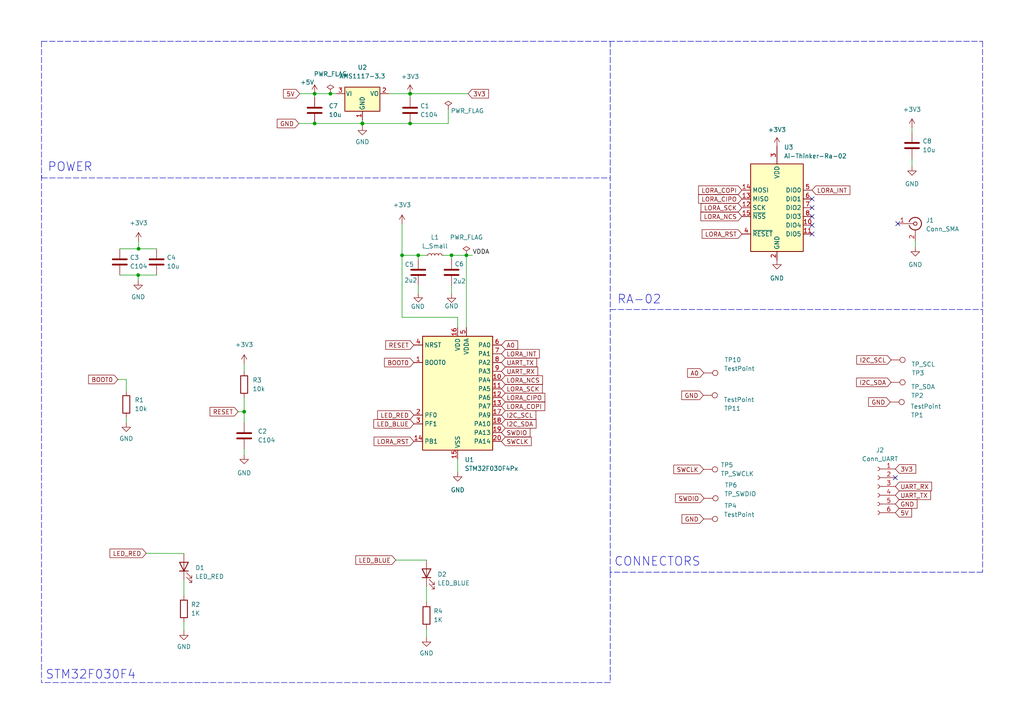
<source format=kicad_sch>
(kicad_sch (version 20211123) (generator eeschema)
  (paper "A4")
  (title_block (title "Dongle") (date "2022-12-22") (rev "v1.0") (company "skuodi"))
  (lib_symbols
    (symbol "Connector:Conn_01x06_Female" (pin_names (offset 1.016) hide)
      (property "Reference" "J" (at 0 7.62 0))
      (property "Value" "Conn_01x06_Female" (at 0 -10.16 0))
      (symbol "Conn_01x06_Female_1_1"
        (arc (start 0 -7.112) (mid -0.508 -7.62) (end 0 -8.128) (stroke (width 0.1524)))
        (arc (start 0 -4.572) (mid -0.508 -5.08) (end 0 -5.588) (stroke (width 0.1524)))
        (arc (start 0 -2.032) (mid -0.508 -2.54) (end 0 -3.048) (stroke (width 0.1524)))
        (polyline (pts (xy -1.27 -7.62) (xy -0.508 -7.62)) (stroke (width 0.1524)))
        (polyline (pts (xy -1.27 -5.08) (xy -0.508 -5.08)) (stroke (width 0.1524)))
        (polyline (pts (xy -1.27 -2.54) (xy -0.508 -2.54)) (stroke (width 0.1524)))
        (polyline (pts (xy -1.27 0) (xy -0.508 0)) (stroke (width 0.1524)))
        (polyline (pts (xy -1.27 2.54) (xy -0.508 2.54)) (stroke (width 0.1524)))
        (polyline (pts (xy -1.27 5.08) (xy -0.508 5.08)) (stroke (width 0.1524)))
        (arc (start 0 0.508) (mid -0.508 0) (end 0 -0.508) (stroke (width 0.1524)))
        (arc (start 0 3.048) (mid -0.508 2.54) (end 0 2.032) (stroke (width 0.1524)))
        (arc (start 0 5.588) (mid -0.508 5.08) (end 0 4.572) (stroke (width 0.1524)))
        (pin passive line (at -5.08 5.08 0) (length 3.81) (name "Pin_1") (number "1"))
        (pin passive line (at -5.08 2.54 0) (length 3.81) (name "Pin_2") (number "2"))
        (pin passive line (at -5.08 0 0) (length 3.81) (name "Pin_3") (number "3"))
        (pin passive line (at -5.08 -2.54 0) (length 3.81) (name "Pin_4") (number "4"))
        (pin passive line (at -5.08 -5.08 0) (length 3.81) (name "Pin_5") (number "5"))
        (pin passive line (at -5.08 -7.62 0) (length 3.81) (name "Pin_6") (number "6"))
      )
    )
    (symbol "Connector:Conn_Coaxial" (pin_names (offset 1.016) hide)
      (property "Reference" "J" (at 0.254 3.048 0))
      (property "Value" "Conn_Coaxial" (at 2.921 0 90))
      (symbol "Conn_Coaxial_0_1"
        (arc (start -1.778 -0.508) (mid 0.2311 -1.8066) (end 1.778 0) (stroke (width 0.254)))
        (polyline (pts (xy -2.54 0) (xy -0.508 0)))
        (polyline (pts (xy 0 -2.54) (xy 0 -1.778)))
        (circle (center 0 0) (radius 0.508) (stroke (width 0.2032)))
        (arc (start 1.778 0) (mid 0.2099 1.8101) (end -1.778 0.508) (stroke (width 0.254)))
      )
      (symbol "Conn_Coaxial_1_1"
        (pin passive line (at -5.08 0 0) (length 2.54) (name "In") (number "1"))
        (pin passive line (at 0 -5.08 90) (length 2.54) (name "Ext") (number "2"))
      )
    )
    (symbol "Connector:TestPoint" (pin_numbers hide) (pin_names (offset 0.762) hide)
      (property "Reference" "TP" (at 0 6.858 0))
      (property "Value" "TestPoint" (at 0 5.08 0))
      (symbol "TestPoint_0_1"
        (circle (center 0 3.302) (radius 0.762))
      )
      (symbol "TestPoint_1_1"
        (pin passive line (at 0 0 90) (length 2.54) (name "1") (number "1"))
      )
    )
    (symbol "Device:C" (pin_numbers hide) (pin_names (offset 0.254))
      (property "Reference" "C" (at 0.635 2.54 0))
      (property "Value" "C" (at 0.635 -2.54 0))
      (symbol "C_0_1"
        (polyline (pts (xy -2.032 -0.762) (xy 2.032 -0.762)) (stroke (width 0.508)))
        (polyline (pts (xy -2.032 0.762) (xy 2.032 0.762)) (stroke (width 0.508)))
      )
      (symbol "C_1_1"
        (pin passive line (at 0 3.81 270) (length 2.794) (name "~") (number "1"))
        (pin passive line (at 0 -3.81 90) (length 2.794) (name "~") (number "2"))
      )
    )
    (symbol "Device:LED" (pin_numbers hide) (pin_names (offset 1.016) hide)
      (property "Reference" "D" (at 0 2.54 0))
      (property "Value" "LED" (at 0 -2.54 0))
      (symbol "LED_0_1"
        (polyline (pts (xy -1.27 -1.27) (xy -1.27 1.27)) (stroke (width 0.254)))
        (polyline (pts (xy -1.27 0) (xy 1.27 0)))
        (polyline (pts (xy 1.27 -1.27) (xy 1.27 1.27) (xy -1.27 0) (xy 1.27 -1.27)) (stroke (width 0.254)))
        (polyline (pts (xy -3.048 -0.762) (xy -4.572 -2.286) (xy -3.81 -2.286) (xy -4.572 -2.286) (xy -4.572 -1.524)))
        (polyline (pts (xy -1.778 -0.762) (xy -3.302 -2.286) (xy -2.54 -2.286) (xy -3.302 -2.286) (xy -3.302 -1.524)))
      )
      (symbol "LED_1_1"
        (pin passive line (at -3.81 0 0) (length 2.54) (name "K") (number "1"))
        (pin passive line (at 3.81 0 180) (length 2.54) (name "A") (number "2"))
      )
    )
    (symbol "Device:L_Small" (pin_numbers hide) (pin_names (offset 0.254) hide)
      (property "Reference" "L" (at 0.762 1.016 0))
      (property "Value" "L_Small" (at 0.762 -1.016 0))
      (symbol "L_Small_0_1"
        (arc (start 0 -2.032) (mid 0.508 -1.524) (end 0 -1.016))
        (arc (start 0 -1.016) (mid 0.508 -0.508) (end 0 0))
        (arc (start 0 0) (mid 0.508 0.508) (end 0 1.016))
        (arc (start 0 1.016) (mid 0.508 1.524) (end 0 2.032))
      )
      (symbol "L_Small_1_1"
        (pin passive line (at 0 2.54 270) (length 0.508) (name "~") (number "1"))
        (pin passive line (at 0 -2.54 90) (length 0.508) (name "~") (number "2"))
      )
    )
    (symbol "Device:R" (pin_numbers hide) (pin_names (offset 0))
      (property "Reference" "R" (at 2.032 0 90))
      (property "Value" "R" (at 0 0 90))
      (symbol "R_0_1"
        (rectangle (start -1.016 -2.54) (end 1.016 2.54) (stroke (width 0.254)))
      )
      (symbol "R_1_1"
        (pin passive line (at 0 3.81 270) (length 1.27) (name "~") (number "1"))
        (pin passive line (at 0 -3.81 90) (length 1.27) (name "~") (number "2"))
      )
    )
    (symbol "MCU_ST_STM32F0:STM32F030F4Px"
      (property "Reference" "U" (at -10.16 16.51 0))
      (property "Value" "STM32F030F4Px" (at 5.08 16.51 0))
      (symbol "STM32F030F4Px_0_1"
        (rectangle (start -10.16 -17.78) (end 10.16 15.24) (stroke (width 0.254)) (fill (type background)))
      )
      (symbol "STM32F030F4Px_1_1"
        (pin input line (at -12.7 7.62 0) (length 2.54) (name "BOOT0") (number "1"))
        (pin bidirectional line (at 12.7 2.54 180) (length 2.54) (name "PA4") (number "10"))
        (pin bidirectional line (at 12.7 0 180) (length 2.54) (name "PA5") (number "11"))
        (pin bidirectional line (at 12.7 -2.54 180) (length 2.54) (name "PA6") (number "12"))
        (pin bidirectional line (at 12.7 -5.08 180) (length 2.54) (name "PA7") (number "13"))
        (pin bidirectional line (at -12.7 -15.24 0) (length 2.54) (name "PB1") (number "14"))
        (pin power_in line (at 0 -20.32 90) (length 2.54) (name "VSS") (number "15"))
        (pin power_in line (at 0 17.78 270) (length 2.54) (name "VDD") (number "16"))
        (pin bidirectional line (at 12.7 -7.62 180) (length 2.54) (name "PA9") (number "17"))
        (pin bidirectional line (at 12.7 -10.16 180) (length 2.54) (name "PA10") (number "18"))
        (pin bidirectional line (at 12.7 -12.7 180) (length 2.54) (name "PA13") (number "19"))
        (pin input line (at -12.7 -7.62 0) (length 2.54) (name "PF0") (number "2"))
        (pin bidirectional line (at 12.7 -15.24 180) (length 2.54) (name "PA14") (number "20"))
        (pin input line (at -12.7 -10.16 0) (length 2.54) (name "PF1") (number "3"))
        (pin input line (at -12.7 12.7 0) (length 2.54) (name "NRST") (number "4"))
        (pin power_in line (at 2.54 17.78 270) (length 2.54) (name "VDDA") (number "5"))
        (pin bidirectional line (at 12.7 12.7 180) (length 2.54) (name "PA0") (number "6"))
        (pin bidirectional line (at 12.7 10.16 180) (length 2.54) (name "PA1") (number "7"))
        (pin bidirectional line (at 12.7 7.62 180) (length 2.54) (name "PA2") (number "8"))
        (pin bidirectional line (at 12.7 5.08 180) (length 2.54) (name "PA3") (number "9"))
      )
    )
    (symbol "RF_Module:Ai-Thinker-Ra-02"
      (property "Reference" "U" (at 2.54 19.05 0))
      (property "Value" "Ai-Thinker-Ra-02" (at 13.97 -15.24 0))
      (symbol "Ai-Thinker-Ra-02_0_1"
        (rectangle (start -7.62 12.7) (end 7.62 -12.7) (stroke (width 0.254)) (fill (type background)))
      )
      (symbol "Ai-Thinker-Ra-02_1_1"
        (pin passive line (at 0 -15.24 90) (length 2.54) hide (name "GND") (number "1"))
        (pin bidirectional line (at 10.16 -5.08 180) (length 2.54) (name "DIO4") (number "10"))
        (pin bidirectional line (at 10.16 -7.62 180) (length 2.54) (name "DIO5") (number "11"))
        (pin input line (at -10.16 0 0) (length 2.54) (name "SCK") (number "12"))
        (pin output line (at -10.16 2.54 0) (length 2.54) (name "MISO") (number "13"))
        (pin input line (at -10.16 5.08 0) (length 2.54) (name "MOSI") (number "14"))
        (pin input line (at -10.16 -2.54 0) (length 2.54) (name "~{NSS}") (number "15"))
        (pin passive line (at 0 -15.24 90) (length 2.54) hide (name "GND") (number "16"))
        (pin power_in line (at 0 -15.24 90) (length 2.54) (name "GND") (number "2"))
        (pin power_in line (at 0 17.78 270) (length 5.08) (name "VDD") (number "3"))
        (pin input line (at -10.16 -7.62 0) (length 2.54) (name "~{RESET}") (number "4"))
        (pin bidirectional line (at 10.16 5.08 180) (length 2.54) (name "DIO0") (number "5"))
        (pin bidirectional line (at 10.16 2.54 180) (length 2.54) (name "DIO1") (number "6"))
        (pin bidirectional line (at 10.16 0 180) (length 2.54) (name "DIO2") (number "7"))
        (pin bidirectional line (at 10.16 -2.54 180) (length 2.54) (name "DIO3") (number "8"))
        (pin passive line (at 0 -15.24 90) (length 2.54) hide (name "GND") (number "9"))
      )
    )
    (symbol "Regulator_Linear:AMS1117-3.3" (pin_names (offset 0.254))
      (property "Reference" "U" (at -3.81 3.175 0))
      (property "Value" "AMS1117-3.3" (at 0 3.175 0))
      (symbol "AMS1117-3.3_0_1"
        (rectangle (start -5.08 -5.08) (end 5.08 1.905) (stroke (width 0.254)) (fill (type background)))
      )
      (symbol "AMS1117-3.3_1_1"
        (pin power_in line (at 0 -7.62 90) (length 2.54) (name "GND") (number "1"))
        (pin power_out line (at 7.62 0 180) (length 2.54) (name "VO") (number "2"))
        (pin power_in line (at -7.62 0 0) (length 2.54) (name "VI") (number "3"))
      )
    )
    (symbol "power:+3.3V" (power) (pin_names (offset 0))
      (property "Value" "+3.3V" (at 0 3.556 0))
      (symbol "+3.3V_0_1"
        (polyline (pts (xy -0.762 1.27) (xy 0 2.54)))
        (polyline (pts (xy 0 0) (xy 0 2.54)))
        (polyline (pts (xy 0 2.54) (xy 0.762 1.27)))
      )
      (symbol "+3.3V_1_1"
        (pin power_in line (at 0 0 90) (length 0) hide (name "+3V3") (number "1"))
      )
    )
    (symbol "power:+3V3" (power) (pin_names (offset 0))
      (property "Value" "+3V3" (at 0 3.556 0))
      (symbol "+3V3_0_1"
        (polyline (pts (xy -0.762 1.27) (xy 0 2.54)))
        (polyline (pts (xy 0 0) (xy 0 2.54)))
        (polyline (pts (xy 0 2.54) (xy 0.762 1.27)))
      )
      (symbol "+3V3_1_1"
        (pin power_in line (at 0 0 90) (length 0) hide (name "+3V3") (number "1"))
      )
    )
    (symbol "power:+5V" (power) (pin_names (offset 0))
      (property "Value" "+5V" (at 0 3.556 0))
      (symbol "+5V_0_1"
        (polyline (pts (xy -0.762 1.27) (xy 0 2.54)))
        (polyline (pts (xy 0 0) (xy 0 2.54)))
        (polyline (pts (xy 0 2.54) (xy 0.762 1.27)))
      )
      (symbol "+5V_1_1"
        (pin power_in line (at 0 0 90) (length 0) hide (name "+5V") (number "1"))
      )
    )
    (symbol "power:GND" (power) (pin_names (offset 0))
      (property "Value" "GND" (at 0 -3.81 0))
      (symbol "GND_0_1"
        (polyline (pts (xy 0 0) (xy 0 -1.27) (xy 1.27 -1.27) (xy 0 -2.54) (xy -1.27 -1.27) (xy 0 -1.27)))
      )
      (symbol "GND_1_1"
        (pin power_in line (at 0 0 270) (length 0) hide (name "GND") (number "1"))
      )
    )
    (symbol "power:PWR_FLAG" (power) (pin_numbers hide) (pin_names (offset 0) hide)
      (property "Value" "PWR_FLAG" (at 0 3.81 0))
      (symbol "PWR_FLAG_0_0"
        (pin power_out line (at 0 0 90) (length 0) (name "pwr") (number "1"))
      )
      (symbol "PWR_FLAG_0_1"
        (polyline (pts (xy 0 0) (xy 0 1.27) (xy -1.016 1.905) (xy 0 2.54) (xy 1.016 1.905) (xy 0 1.27)))
      )
    )
  )
  (junction (at 121.3104 74.041))
  (junction (at 105.1052 35.8167))
  (junction (at 95.8342 27.178))
  (junction (at 40.1847 72.1614))
  (junction (at 105.1052 35.814))
  (junction (at 91.2622 35.814))
  (junction (at 40.0812 79.7814))
  (junction (at 116.6114 74.041))
  (junction (at 135.2804 74.041))
  (junction (at 130.9624 74.041))
  (junction (at 91.2622 27.178))
  (junction (at 70.8152 119.4101))
  (junction (at 118.9482 35.8167))
  (junction (at 118.9482 27.178))
  (junction (at 118.9482 27.1807))
  (no_connect (at 260.4008 64.8716))
  (no_connect (at 235.5088 67.8688))
  (no_connect (at 235.5088 60.2488))
  (no_connect (at 235.5088 62.7888))
  (no_connect (at 235.5088 65.3288))
  (no_connect (at 235.5088 57.7088))
  (no_connect (at 259.6896 138.557))
  (polyline (pts (xy 12.0904 51.6128) (xy 176.9872 51.6128)))
  (wire (pts (xy 40.1847 72.1614) (xy 45.4152 72.1614)))
  (wire (pts (xy 105.1052 34.798) (xy 105.1052 35.814)))
  (wire (pts (xy 34.7472 72.1614) (xy 40.1847 72.1614)))
  (wire (pts (xy 118.9482 27.178) (xy 118.9482 27.1807)))
  (wire (pts (xy 132.7404 94.996) (xy 132.7404 92.0273)))
  (wire (pts (xy 118.9482 27.1807) (xy 118.9482 28.1967)))
  (wire (pts (xy 40.1847 70.0024) (xy 40.1847 72.1614)))
  (wire (pts (xy 116.6114 74.041) (xy 121.3104 74.041)))
  (wire (pts (xy 116.6114 74.041) (xy 116.6114 92.0273)))
  (wire (pts (xy 130.9624 82.804) (xy 130.9624 85.217)))
  (polyline (pts (xy 284.988 165.9636) (xy 176.9872 165.9636)))
  (wire (pts (xy 132.7404 137.033) (xy 132.7404 133.096)))
  (wire (pts (xy 121.3104 74.041) (xy 121.3104 75.184)))
  (wire (pts (xy 42.418 160.4811) (xy 53.34 160.5534)))
  (wire (pts (xy 91.2622 27.178) (xy 91.2622 28.194)))
  (wire (pts (xy 114.808 162.4545) (xy 123.698 162.4545)))
  (polyline (pts (xy 176.9872 197.9676) (xy 12.0396 197.9676)))
  (wire (pts (xy 36.6268 122.6312) (xy 36.6268 121.1072)))
  (wire (pts (xy 116.6114 92.0273) (xy 132.7404 92.0273)))
  (wire (pts (xy 70.8152 119.4101) (xy 70.8152 122.5804)))
  (wire (pts (xy 69.0786 119.4101) (xy 70.8152 119.4101)))
  (wire (pts (xy 264.5156 46.0248) (xy 264.5156 48.3108)))
  (wire (pts (xy 265.4808 69.9516) (xy 265.4808 71.7296)))
  (wire (pts (xy 130.9624 74.041) (xy 128.6764 74.041)))
  (wire (pts (xy 91.2622 35.814) (xy 105.1052 35.814)))
  (wire (pts (xy 70.8152 115.3414) (xy 70.8152 119.4101)))
  (wire (pts (xy 123.5964 74.041) (xy 121.3104 74.041)))
  (wire (pts (xy 264.5156 37.0332) (xy 264.5156 38.4048)))
  (wire (pts (xy 118.9482 35.8167) (xy 105.1052 35.8167)))
  (wire (pts (xy 91.2622 27.178) (xy 95.8342 27.178)))
  (polyline (pts (xy 176.9872 11.9888) (xy 176.9872 89.7636)))
  (wire (pts (xy 130.0157 35.8167) (xy 118.9482 35.8167)))
  (wire (pts (xy 105.1052 35.814) (xy 105.1052 35.8167)))
  (wire (pts (xy 53.34 168.1734) (xy 53.34 172.8001)))
  (wire (pts (xy 137.0584 74.041) (xy 135.2804 74.041)))
  (wire (pts (xy 135.2804 94.996) (xy 135.2804 74.041)))
  (polyline (pts (xy 176.9872 89.7636) (xy 284.988 89.7636)))
  (polyline (pts (xy 12.0396 11.9888) (xy 284.988 11.9888)))
  (polyline (pts (xy 284.988 11.9888) (xy 284.988 165.9636)))
  (wire (pts (xy 86.6902 35.814) (xy 91.2622 35.814)))
  (wire (pts (xy 130.0157 31.8768) (xy 130.0157 35.8167)))
  (wire (pts (xy 95.8342 27.178) (xy 97.4852 27.178)))
  (polyline (pts (xy 176.9872 165.9636) (xy 176.9872 89.7636)))
  (wire (pts (xy 70.8152 105.4354) (xy 70.8152 107.7214)))
  (wire (pts (xy 34.2138 110.0582) (xy 36.6268 110.0582)))
  (wire (pts (xy 40.0812 79.7814) (xy 45.4152 79.7814)))
  (wire (pts (xy 112.7252 27.178) (xy 118.9482 27.178)))
  (wire (pts (xy 53.34 183.0324) (xy 53.34 180.4201)))
  (wire (pts (xy 123.698 184.9335) (xy 123.698 182.3212)))
  (wire (pts (xy 135.763 27.178) (xy 118.9482 27.178)))
  (wire (pts (xy 36.6268 110.0582) (xy 36.6268 113.4872)))
  (polyline (pts (xy 176.9872 165.9636) (xy 176.9872 197.9676)))
  (wire (pts (xy 86.9442 27.178) (xy 91.2622 27.178)))
  (polyline (pts (xy 12.0396 11.9888) (xy 12.0396 197.9676)))
  (wire (pts (xy 121.3104 82.804) (xy 121.3104 85.09)))
  (wire (pts (xy 40.0812 79.7814) (xy 40.0812 81.4324)))
  (polyline (pts (xy 12.0904 50.7492) (xy 12.0904 51.6128)))
  (wire (pts (xy 105.1052 35.8167) (xy 105.1052 36.576)))
  (wire (pts (xy 130.9624 75.184) (xy 130.9624 74.041)))
  (wire (pts (xy 40.0812 79.7814) (xy 34.7472 79.7814)))
  (wire (pts (xy 70.8152 131.9784) (xy 70.8152 130.2004)))
  (wire (pts (xy 123.698 170.0745) (xy 123.698 174.7012)))
  (wire (pts (xy 116.6114 64.897) (xy 116.6114 74.041)))
  (wire (pts (xy 135.2804 74.041) (xy 130.9624 74.041)))
  (text "STM32F030F4" (at 13.1572 197.2564 0) (effects (font (size 2.54 2.54)) (justify left bottom)))
  (text "CONNECTORS\n" (at 178.1048 164.4904 0) (effects (font (size 2.54 2.54)) (justify left bottom)))
  (text "RA-02\n" (at 178.9684 88.4428 0) (effects (font (size 2.54 2.54)) (justify left bottom)))
  (text "POWER" (at 13.7668 50.038 0) (effects (font (size 2.54 2.54)) (justify left bottom)))
  (label "VDDA" (at 137.0584 74.041 0))
  (global_label "I2C_SDA" (shape input) (at 258.4704 110.8964 180) (property "Intersheet References" "${INTERSHEET_REFS}" (effects hide)))
  (global_label "LORA_COPI" (shape input) (at 145.4404 117.856 0) (property "Intersheet References" "${INTERSHEET_REFS}" (effects hide)))
  (global_label "I2C_SDA" (shape input) (at 145.4404 122.936 0) (property "Intersheet References" "${INTERSHEET_REFS}" (effects hide)))
  (global_label "I2C_SCL" (shape input) (at 145.4404 120.396 0) (property "Intersheet References" "${INTERSHEET_REFS}" (effects hide)))
  (global_label "SWCLK" (shape input) (at 145.4404 128.016 0) (property "Intersheet References" "${INTERSHEET_REFS}" (effects hide)))
  (global_label "UART_RX" (shape input) (at 145.4404 107.696 0) (property "Intersheet References" "${INTERSHEET_REFS}" (effects hide)))
  (global_label "3V3" (shape input) (at 135.763 27.178 0) (property "Intersheet References" "${INTERSHEET_REFS}" (effects hide)))
  (global_label "A0" (shape input) (at 204.1398 108.1786 180) (property "Intersheet References" "${INTERSHEET_REFS}" (effects hide)))
  (global_label "RESET" (shape input) (at 69.0786 119.4101 180) (property "Intersheet References" "${INTERSHEET_REFS}" (effects hide)))
  (global_label "BOOT0" (shape input) (at 120.0404 105.156 180) (property "Intersheet References" "${INTERSHEET_REFS}" (effects hide)))
  (global_label "LORA_COPI" (shape input) (at 215.1888 55.1688 180) (property "Intersheet References" "${INTERSHEET_REFS}" (effects hide)))
  (global_label "LORA_CIPO" (shape input) (at 145.4404 115.316 0) (property "Intersheet References" "${INTERSHEET_REFS}" (effects hide)))
  (global_label "UART_RX" (shape input) (at 259.6896 141.097 0) (property "Intersheet References" "${INTERSHEET_REFS}" (effects hide)))
  (global_label "GND" (shape input) (at 204.0128 114.6556 180) (property "Intersheet References" "${INTERSHEET_REFS}" (effects hide)))
  (global_label "SWDIO" (shape input) (at 145.4404 125.476 0) (property "Intersheet References" "${INTERSHEET_REFS}" (effects hide)))
  (global_label "RESET" (shape input) (at 120.0404 100.076 180) (property "Intersheet References" "${INTERSHEET_REFS}" (effects hide)))
  (global_label "LORA_RST" (shape input) (at 215.1888 67.8688 180) (property "Intersheet References" "${INTERSHEET_REFS}" (effects hide)))
  (global_label "LED_BLUE" (shape input) (at 114.808 162.4545 180) (property "Intersheet References" "${INTERSHEET_REFS}" (effects hide)))
  (global_label "LORA_SCK" (shape input) (at 145.4404 112.776 0) (property "Intersheet References" "${INTERSHEET_REFS}" (effects hide)))
  (global_label "GND" (shape input) (at 259.6896 146.177 0) (property "Intersheet References" "${INTERSHEET_REFS}" (effects hide)))
  (global_label "GND" (shape input) (at 204.089 150.5204 180) (property "Intersheet References" "${INTERSHEET_REFS}" (effects hide)))
  (global_label "UART_TX" (shape input) (at 145.4404 105.156 0) (property "Intersheet References" "${INTERSHEET_REFS}" (effects hide)))
  (global_label "LED_RED" (shape input) (at 120.0404 120.396 180) (property "Intersheet References" "${INTERSHEET_REFS}" (effects hide)))
  (global_label "LORA_SCK" (shape input) (at 215.1888 60.2488 180) (property "Intersheet References" "${INTERSHEET_REFS}" (effects hide)))
  (global_label "LED_BLUE" (shape input) (at 120.0404 122.936 180) (property "Intersheet References" "${INTERSHEET_REFS}" (effects hide)))
  (global_label "GND" (shape input) (at 258.2164 116.6114 180) (property "Intersheet References" "${INTERSHEET_REFS}" (effects hide)))
  (global_label "LORA_NCS" (shape input) (at 215.1888 62.7888 180) (property "Intersheet References" "${INTERSHEET_REFS}" (effects hide)))
  (global_label "3V3" (shape input) (at 259.6896 136.017 0) (property "Intersheet References" "${INTERSHEET_REFS}" (effects hide)))
  (global_label "SWDIO" (shape input) (at 204.216 144.526 180) (property "Intersheet References" "${INTERSHEET_REFS}" (effects hide)))
  (global_label "LORA_NCS" (shape input) (at 145.4404 110.236 0) (property "Intersheet References" "${INTERSHEET_REFS}" (effects hide)))
  (global_label "I2C_SCL" (shape input) (at 258.4704 104.394 180) (property "Intersheet References" "${INTERSHEET_REFS}" (effects hide)))
  (global_label "BOOT0" (shape input) (at 34.2138 110.0582 180) (property "Intersheet References" "${INTERSHEET_REFS}" (effects hide)))
  (global_label "A0" (shape input) (at 145.4404 100.076 0) (property "Intersheet References" "${INTERSHEET_REFS}" (effects hide)))
  (global_label "LED_RED" (shape input) (at 42.418 160.4811 180) (property "Intersheet References" "${INTERSHEET_REFS}" (effects hide)))
  (global_label "LORA_CIPO" (shape input) (at 215.1888 57.7088 180) (property "Intersheet References" "${INTERSHEET_REFS}" (effects hide)))
  (global_label "LORA_INT" (shape input) (at 145.4404 102.616 0) (property "Intersheet References" "${INTERSHEET_REFS}" (effects hide)))
  (global_label "SWCLK" (shape input) (at 204.0636 136.144 180) (property "Intersheet References" "${INTERSHEET_REFS}" (effects hide)))
  (global_label "LORA_INT" (shape input) (at 235.5088 55.1688 0) (property "Intersheet References" "${INTERSHEET_REFS}" (effects hide)))
  (global_label "GND" (shape input) (at 86.6902 35.814 180) (property "Intersheet References" "${INTERSHEET_REFS}" (effects hide)))
  (global_label "UART_TX" (shape input) (at 259.6896 143.637 0) (property "Intersheet References" "${INTERSHEET_REFS}" (effects hide)))
  (global_label "LORA_RST" (shape input) (at 120.0404 128.016 180) (property "Intersheet References" "${INTERSHEET_REFS}" (effects hide)))
  (global_label "5V" (shape input) (at 259.6896 148.717 0) (property "Intersheet References" "${INTERSHEET_REFS}" (effects hide)))
  (global_label "5V" (shape input) (at 86.9442 27.178 180) (property "Intersheet References" "${INTERSHEET_REFS}" (effects hide)))
  (symbol (lib_id "power:+5V") (at 91.2622 27.178 0) (unit 1)
    (property "Reference" "#PWR012" (effects hide))
    (property "Value" "+5V" (at 89.1032 23.876 0))
  )
  (symbol (lib_id "power:+3.3V") (at 116.6114 64.897 0) (unit 1)
    (property "Reference" "#PWR07" (effects hide))
    (property "Value" "+3.3V" (at 116.6114 59.436 0))
  )
  (symbol (lib_id "Device:R") (at 53.34 176.6101 0) (unit 1)
    (property "Reference" "R2" (at 55.372 175.34 0) (effects (justify left)))
    (property "Value" "1K" (at 55.372 177.88 0) (effects (justify left)))
    (property "Footprint" "Resistor_SMD:R_0805_2012Metric_Pad1.20x1.40mm_HandSolder" (effects hide))
  )
  (symbol (lib_id "Connector:TestPoint") (at 258.4704 104.394 270) (unit 1)
    (property "Reference" "TP3" (at 264.4394 108.204 90) (effects (justify left)))
    (property "Value" "TP_SCL" (at 264.3124 105.6639 90) (effects (justify left)))
    (property "Footprint" "TestPoint:TestPoint_Pad_D1.5mm" (effects hide))
  )
  (symbol (lib_id "Connector:TestPoint") (at 258.2164 116.6114 270) (unit 1)
    (property "Reference" "TP1" (at 264.1854 120.4214 90) (effects (justify left)))
    (property "Value" "TestPoint" (at 264.0584 117.8813 90) (effects (justify left)))
    (property "Footprint" "TestPoint:TestPoint_Pad_D1.5mm" (effects hide))
  )
  (symbol (lib_id "Connector:TestPoint") (at 204.0128 114.6556 270) (unit 1)
    (property "Reference" "TP11" (at 209.9818 118.4656 90) (effects (justify left)))
    (property "Value" "TestPoint" (at 209.8548 115.9255 90) (effects (justify left)))
    (property "Footprint" "TestPoint:TestPoint_Pad_D1.5mm" (effects hide))
  )
  (symbol (lib_id "MCU_ST_STM32F0:STM32F030F4Px") (at 132.7404 112.776 0) (unit 1)
    (property "Reference" "U1" (at 134.7598 133.35 0) (effects (justify left)))
    (property "Value" "STM32F030F4Px" (at 134.7598 135.89 0) (effects (justify left)))
    (property "Footprint" "Package_SO:TSSOP-20_4.4x6.5mm_P0.65mm" (effects hide))
    (property "Datasheet" "http://www.st.com/st-web-ui/static/active/en/resource/technical/document/datasheet/DM00088500.pdf" (effects hide))
  )
  (symbol (lib_id "power:GND") (at 36.6268 122.6312 0) (unit 1)
    (property "Reference" "#PWR01" (effects hide))
    (property "Value" "GND" (at 36.6268 127.2032 0))
  )
  (symbol (lib_id "power:PWR_FLAG") (at 135.2804 74.041 0) (unit 1)
    (property "Reference" "#FLG02" (effects hide))
    (property "Value" "PWR_FLAG" (at 135.2804 68.834 0))
  )
  (symbol (lib_id "power:+3.3V") (at 118.9482 27.178 0) (unit 1)
    (property "Reference" "#PWR015" (effects hide))
    (property "Value" "+3.3V" (at 118.9482 22.225 0))
  )
  (symbol (lib_id "power:GND") (at 40.0812 81.4324 0) (unit 1)
    (property "Reference" "#PWR03" (effects hide))
    (property "Value" "GND" (at 40.0812 86.1314 0))
  )
  (symbol (lib_id "Device:C") (at 118.9482 32.0067 0) (unit 1)
    (property "Reference" "C1" (at 121.8692 30.7366 0) (effects (justify left)))
    (property "Value" "C104" (at 121.8692 33.2766 0) (effects (justify left)))
    (property "Footprint" "Capacitor_SMD:C_0805_2012Metric_Pad1.18x1.45mm_HandSolder" (effects hide))
  )
  (symbol (lib_id "Device:L_Small") (at 126.1364 74.041 90) (unit 1)
    (property "Reference" "L1" (at 126.1364 68.834 90))
    (property "Value" "L_Small" (at 126.1364 71.374 90))
    (property "Footprint" "Inductor_SMD:L_0805_2012Metric_Pad1.15x1.40mm_HandSolder" (effects hide))
  )
  (symbol (lib_id "power:+3V3") (at 264.5156 37.0332 0) (unit 1)
    (property "Reference" "#PWR?" (effects hide))
    (property "Value" "+3V3" (at 264.5156 31.75 0))
  )
  (symbol (lib_id "power:+3.3V") (at 40.1847 70.0024 0) (unit 1)
    (property "Reference" "#PWR04" (effects hide))
    (property "Value" "+3.3V" (at 40.1847 64.6684 0))
  )
  (symbol (lib_id "Device:C") (at 130.9624 78.994 0) (unit 1)
    (property "Reference" "C6" (at 131.8514 76.581 0) (effects (justify left)))
    (property "Value" "2u2" (at 131.3434 81.534 0) (effects (justify left)))
    (property "Footprint" "Capacitor_SMD:C_0805_2012Metric_Pad1.18x1.45mm_HandSolder" (effects hide))
  )
  (symbol (lib_id "power:+3.3V") (at 70.8152 105.4354 0) (unit 1)
    (property "Reference" "#PWR05" (effects hide))
    (property "Value" "+3.3V" (at 70.8152 99.9744 0))
  )
  (symbol (lib_id "power:GND") (at 123.698 184.9335 0) (unit 1)
    (property "Reference" "#PWR011" (effects hide))
    (property "Value" "GND" (at 123.698 189.4508 0))
  )
  (symbol (lib_id "power:GND") (at 53.34 183.0324 0) (unit 1)
    (property "Reference" "#PWR02" (effects hide))
    (property "Value" "GND" (at 53.34 187.5497 0))
  )
  (symbol (lib_id "Connector:Conn_01x06_Female") (at 254.6096 141.097 0) (mirror y) (unit 1)
    (property "Reference" "J2" (at 255.2446 130.556 0))
    (property "Value" "Conn_UART" (at 255.2446 133.096 0))
    (property "Footprint" "Connector_PinSocket_2.54mm:PinSocket_1x06_P2.54mm_Horizontal" (effects hide))
  )
  (symbol (lib_id "Device:LED") (at 53.34 164.3634 90) (unit 1)
    (property "Reference" "D1" (at 56.642 164.6808 90) (effects (justify right)))
    (property "Value" "LED_RED" (at 56.642 167.2208 90) (effects (justify right)))
    (property "Footprint" "LED_SMD:LED_0805_2012Metric_Pad1.15x1.40mm_HandSolder" (effects hide))
  )
  (symbol (lib_id "power:PWR_FLAG") (at 130.0157 31.8768 0) (mirror y) (unit 1)
    (property "Reference" "#FLG01" (effects hide))
    (property "Value" "PWR_FLAG" (at 135.5344 32.1564 0))
  )
  (symbol (lib_id "Device:C") (at 70.8152 126.3904 0) (unit 1)
    (property "Reference" "C2" (at 74.7522 125.1203 0) (effects (justify left)))
    (property "Value" "C104" (at 74.7522 127.6603 0) (effects (justify left)))
    (property "Footprint" "Capacitor_SMD:C_0805_2012Metric_Pad1.18x1.45mm_HandSolder" (effects hide))
  )
  (symbol (lib_id "power:GND") (at 121.3104 85.09 0) (unit 1)
    (property "Reference" "#PWR08" (effects hide))
    (property "Value" "GND" (at 121.1834 88.9 0))
  )
  (symbol (lib_id "Connector:TestPoint") (at 204.089 150.5204 270) (mirror x) (unit 1)
    (property "Reference" "TP4" (at 210.058 146.7104 90) (effects (justify left)))
    (property "Value" "TestPoint" (at 209.931 149.2505 90) (effects (justify left)))
    (property "Footprint" "TestPoint:TestPoint_Pad_D1.5mm" (effects hide))
  )
  (symbol (lib_id "power:PWR_FLAG") (at 95.8342 27.178 0) (unit 1)
    (property "Reference" "#FLG03" (effects hide))
    (property "Value" "PWR_FLAG" (at 95.8342 21.463 0))
  )
  (symbol (lib_id "Connector:TestPoint") (at 204.1398 108.1786 270) (mirror x) (unit 1)
    (property "Reference" "TP10" (at 210.1088 104.3686 90) (effects (justify left)))
    (property "Value" "TestPoint" (at 209.9818 106.9087 90) (effects (justify left)))
    (property "Footprint" "TestPoint:TestPoint_Pad_D1.5mm" (effects hide))
  )
  (symbol (lib_id "Connector:Conn_Coaxial") (at 265.4808 64.8716 0) (unit 1)
    (property "Reference" "J1" (at 268.5288 63.8947 0) (effects (justify left)))
    (property "Value" "Conn_SMA" (at 268.5288 66.4347 0) (effects (justify left)))
    (property "Footprint" "Connector_Coaxial:SMA_Amphenol_901-144_Vertical" (effects hide))
    (property "Datasheet" " ~" (effects hide))
  )
  (symbol (lib_id "Device:C") (at 121.3104 78.994 0) (unit 1)
    (property "Reference" "C5" (at 117.3734 76.708 0) (effects (justify left)))
    (property "Value" "2u2" (at 117.2464 81.28 0) (effects (justify left)))
    (property "Footprint" "Capacitor_SMD:C_0805_2012Metric_Pad1.18x1.45mm_HandSolder" (effects hide))
  )
  (symbol (lib_id "Connector:TestPoint") (at 204.0636 136.144 270) (unit 1)
    (property "Reference" "TP5" (at 209.0166 134.8739 90) (effects (justify left)))
    (property "Value" "TP_SWCLK" (at 209.0166 137.4139 90) (effects (justify left)))
    (property "Footprint" "TestPoint:TestPoint_Pad_D1.5mm" (effects hide))
  )
  (symbol (lib_id "Device:C") (at 45.4152 75.9714 0) (unit 1)
    (property "Reference" "C4" (at 48.3362 74.7013 0) (effects (justify left)))
    (property "Value" "10u" (at 48.3362 77.2413 0) (effects (justify left)))
    (property "Footprint" "Capacitor_SMD:C_0805_2012Metric_Pad1.18x1.45mm_HandSolder" (effects hide))
  )
  (symbol (lib_id "RF_Module:Ai-Thinker-Ra-02") (at 225.3488 60.2488 0) (unit 1)
    (property "Reference" "U3" (at 227.3682 42.7228 0) (effects (justify left)))
    (property "Value" "Ai-Thinker-Ra-02" (at 227.3682 45.2628 0) (effects (justify left)))
    (property "Footprint" "RF_Module:Ai-Thinker-Ra-01-LoRa" (effects hide))
    (property "Datasheet" "http://wiki.ai-thinker.com/_media/lora/docs/c048ps01a1_ra-02_product_specification_v1.1.pdf" (effects hide))
  )
  (symbol (lib_id "Regulator_Linear:AMS1117-3.3") (at 105.1052 27.178 0) (unit 1)
    (property "Reference" "U2" (at 105.1052 19.558 0))
    (property "Value" "AMS1117-3.3" (at 105.1052 22.098 0))
    (property "Footprint" "Package_TO_SOT_SMD:SOT-223-3_TabPin2" (effects hide))
    (property "Datasheet" "http://www.advanced-monolithic.com/pdf/ds1117.pdf" (effects hide))
  )
  (symbol (lib_id "power:+3.3V") (at 225.3488 42.4688 0) (unit 1)
    (property "Reference" "#PWR016" (effects hide))
    (property "Value" "+3.3V" (at 225.3488 37.6428 0))
  )
  (symbol (lib_id "power:GND") (at 70.8152 131.9784 0) (unit 1)
    (property "Reference" "#PWR06" (effects hide))
    (property "Value" "GND" (at 70.8152 137.1854 0))
  )
  (symbol (lib_id "power:GND") (at 225.3488 75.4888 0) (unit 1)
    (property "Reference" "#PWR017" (effects hide))
    (property "Value" "GND" (at 225.3488 80.6958 0))
  )
  (symbol (lib_id "Device:C") (at 91.2622 32.004 0) (unit 1)
    (property "Reference" "C7" (at 95.3262 30.7339 0) (effects (justify left)))
    (property "Value" "10u" (at 95.3262 33.2739 0) (effects (justify left)))
    (property "Footprint" "Capacitor_SMD:C_0805_2012Metric_Pad1.18x1.45mm_HandSolder" (effects hide))
  )
  (symbol (lib_id "power:GND") (at 264.5156 48.3108 0) (unit 1)
    (property "Reference" "#PWR?" (effects hide))
    (property "Value" "GND" (at 264.5156 53.34 0))
  )
  (symbol (lib_id "power:GND") (at 265.4808 71.7296 0) (unit 1)
    (property "Reference" "#PWR?" (effects hide))
    (property "Value" "GND" (at 265.4808 76.7588 0))
  )
  (symbol (lib_id "power:GND") (at 105.1052 36.576 0) (mirror y) (unit 1)
    (property "Reference" "#PWR013" (effects hide))
    (property "Value" "GND" (at 105.1052 41.148 0))
  )
  (symbol (lib_id "Device:R") (at 123.698 178.5112 0) (unit 1)
    (property "Reference" "R4" (at 125.73 177.2411 0) (effects (justify left)))
    (property "Value" "1K" (at 125.73 179.7811 0) (effects (justify left)))
    (property "Footprint" "Resistor_SMD:R_0805_2012Metric_Pad1.20x1.40mm_HandSolder" (effects hide))
  )
  (symbol (lib_id "Device:R") (at 70.8152 111.5314 0) (unit 1)
    (property "Reference" "R3" (at 73.2282 110.2613 0) (effects (justify left)))
    (property "Value" "10k" (at 73.2282 112.8013 0) (effects (justify left)))
    (property "Footprint" "Resistor_SMD:R_0805_2012Metric_Pad1.20x1.40mm_HandSolder" (effects hide))
  )
  (symbol (lib_id "power:GND") (at 132.7404 137.033 0) (unit 1)
    (property "Reference" "#PWR010" (effects hide))
    (property "Value" "GND" (at 132.7404 142.113 0))
  )
  (symbol (lib_id "Device:R") (at 36.6268 117.2972 0) (unit 1)
    (property "Reference" "R1" (at 39.0398 116.0271 0) (effects (justify left)))
    (property "Value" "10k" (at 39.0398 118.5671 0) (effects (justify left)))
    (property "Footprint" "Resistor_SMD:R_0805_2012Metric_Pad1.20x1.40mm_HandSolder" (effects hide))
  )
  (symbol (lib_id "power:GND") (at 130.9624 85.217 0) (unit 1)
    (property "Reference" "#PWR09" (effects hide))
    (property "Value" "GND" (at 130.9624 88.773 0))
  )
  (symbol (lib_id "Connector:TestPoint") (at 258.4704 110.8964 270) (mirror x) (unit 1)
    (property "Reference" "TP2" (at 264.2362 114.7318 90) (effects (justify left)))
    (property "Value" "TP_SDA" (at 264.2362 112.1918 90) (effects (justify left)))
    (property "Footprint" "TestPoint:TestPoint_Pad_D1.5mm" (effects hide))
  )
  (symbol (lib_id "Connector:TestPoint") (at 204.216 144.526 270) (mirror x) (unit 1)
    (property "Reference" "TP6" (at 210.185 140.716 90) (effects (justify left)))
    (property "Value" "TP_SWDIO" (at 210.058 143.2561 90) (effects (justify left)))
    (property "Footprint" "TestPoint:TestPoint_Pad_D1.5mm" (effects hide))
  )
  (symbol (lib_id "Device:C") (at 34.7472 75.9714 0) (unit 1)
    (property "Reference" "C3" (at 37.6682 74.7013 0) (effects (justify left)))
    (property "Value" "C104" (at 37.6682 77.2413 0) (effects (justify left)))
    (property "Footprint" "Capacitor_SMD:C_0805_2012Metric_Pad1.18x1.45mm_HandSolder" (effects hide))
  )
  (symbol (lib_id "Device:C") (at 264.5156 42.2148 0) (mirror y) (unit 1)
    (property "Reference" "C8" (at 267.5636 40.9447 0) (effects (justify right)))
    (property "Value" "10u" (at 267.5636 43.4847 0) (effects (justify right)))
    (property "Footprint" "Capacitor_SMD:C_0805_2012Metric_Pad1.18x1.45mm_HandSolder" (effects hide))
  )
  (symbol (lib_id "Device:LED") (at 123.698 166.2645 90) (unit 1)
    (property "Reference" "D2" (at 126.873 166.5819 90) (effects (justify right)))
    (property "Value" "LED_BLUE" (at 126.873 169.1219 90) (effects (justify right)))
    (property "Footprint" "LED_SMD:LED_0805_2012Metric_Pad1.15x1.40mm_HandSolder" (effects hide))
  )
)
</source>
